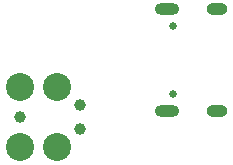
<source format=gbr>
%TF.GenerationSoftware,KiCad,Pcbnew,7.0.8*%
%TF.CreationDate,2024-02-19T13:09:21+00:00*%
%TF.ProjectId,HW_MoveCritic_KiCad_Project,48575f4d-6f76-4654-9372-697469635f4b,rev?*%
%TF.SameCoordinates,Original*%
%TF.FileFunction,Soldermask,Bot*%
%TF.FilePolarity,Negative*%
%FSLAX46Y46*%
G04 Gerber Fmt 4.6, Leading zero omitted, Abs format (unit mm)*
G04 Created by KiCad (PCBNEW 7.0.8) date 2024-02-19 13:09:21*
%MOMM*%
%LPD*%
G01*
G04 APERTURE LIST*
%ADD10C,0.650000*%
%ADD11O,2.100000X1.000000*%
%ADD12O,1.800000X1.000000*%
%ADD13C,2.374900*%
%ADD14C,0.990600*%
G04 APERTURE END LIST*
D10*
%TO.C,J3*%
X171395000Y-103570000D03*
X171395000Y-97790000D03*
D11*
X170895000Y-105000000D03*
D12*
X175075000Y-105000000D03*
D11*
X170895000Y-96360000D03*
D12*
X175075000Y-96360000D03*
%TD*%
D13*
%TO.C,J2*%
X158375000Y-102950000D03*
D14*
X158375000Y-105490000D03*
D13*
X158375000Y-108030000D03*
X161550000Y-102950000D03*
X161550000Y-108030000D03*
D14*
X163455000Y-104474000D03*
X163455000Y-106506000D03*
%TD*%
M02*

</source>
